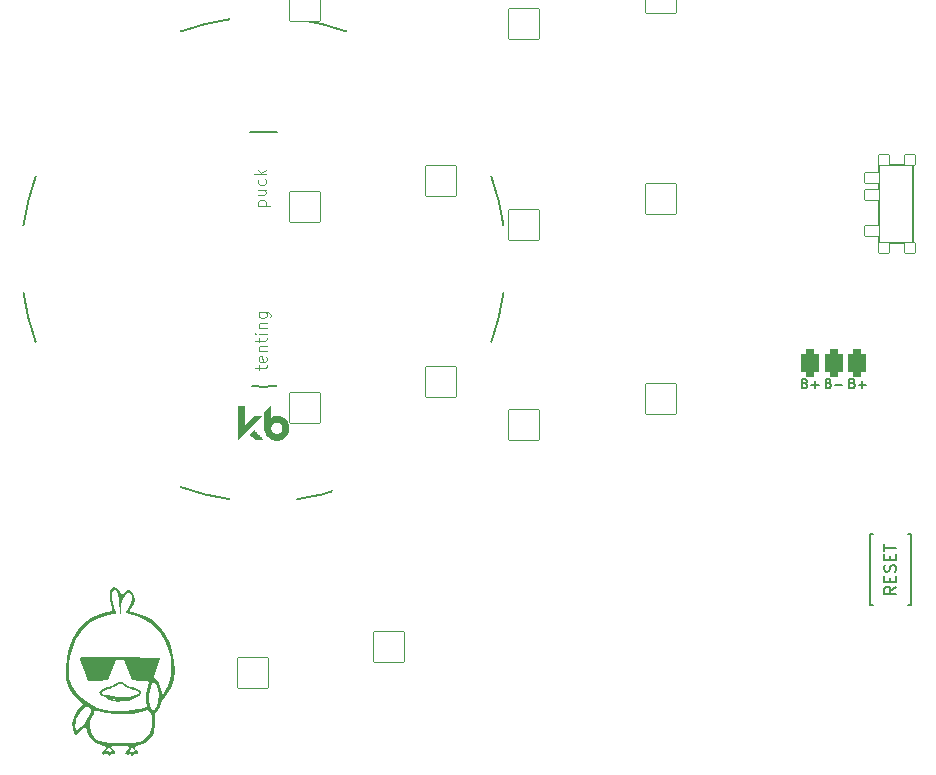
<source format=gto>
%TF.GenerationSoftware,KiCad,Pcbnew,(6.0.4-0)*%
%TF.CreationDate,2022-07-27T11:57:37+02:00*%
%TF.ProjectId,basbousa,62617362-6f75-4736-912e-6b696361645f,v1.0.0*%
%TF.SameCoordinates,Original*%
%TF.FileFunction,Legend,Top*%
%TF.FilePolarity,Positive*%
%FSLAX46Y46*%
G04 Gerber Fmt 4.6, Leading zero omitted, Abs format (unit mm)*
G04 Created by KiCad (PCBNEW (6.0.4-0)) date 2022-07-27 11:57:37*
%MOMM*%
%LPD*%
G01*
G04 APERTURE LIST*
G04 Aperture macros list*
%AMRoundRect*
0 Rectangle with rounded corners*
0 $1 Rounding radius*
0 $2 $3 $4 $5 $6 $7 $8 $9 X,Y pos of 4 corners*
0 Add a 4 corners polygon primitive as box body*
4,1,4,$2,$3,$4,$5,$6,$7,$8,$9,$2,$3,0*
0 Add four circle primitives for the rounded corners*
1,1,$1+$1,$2,$3*
1,1,$1+$1,$4,$5*
1,1,$1+$1,$6,$7*
1,1,$1+$1,$8,$9*
0 Add four rect primitives between the rounded corners*
20,1,$1+$1,$2,$3,$4,$5,0*
20,1,$1+$1,$4,$5,$6,$7,0*
20,1,$1+$1,$6,$7,$8,$9,0*
20,1,$1+$1,$8,$9,$2,$3,0*%
%AMFreePoly0*
4,1,14,0.035355,0.435355,0.635355,-0.164645,0.650000,-0.200000,0.650000,-0.400000,0.635355,-0.435355,0.600000,-0.450000,-0.600000,-0.450000,-0.635355,-0.435355,-0.650000,-0.400000,-0.650000,-0.200000,-0.635355,-0.164645,-0.035355,0.435355,0.000000,0.450000,0.035355,0.435355,0.035355,0.435355,$1*%
%AMFreePoly1*
4,1,16,0.635355,0.285355,0.650000,0.250000,0.650000,-1.000000,0.635355,-1.035355,0.600000,-1.050000,0.564645,-1.035355,0.000000,-0.470710,-0.564645,-1.035355,-0.600000,-1.050000,-0.635355,-1.035355,-0.650000,-1.000000,-0.650000,0.250000,-0.635355,0.285355,-0.600000,0.300000,0.600000,0.300000,0.635355,0.285355,0.635355,0.285355,$1*%
G04 Aperture macros list end*
%ADD10C,0.150000*%
%ADD11C,0.100000*%
%ADD12C,0.200000*%
%ADD13C,0.010000*%
%ADD14RoundRect,0.375000X-0.375000X-0.750000X0.375000X-0.750000X0.375000X0.750000X-0.375000X0.750000X0*%
%ADD15C,2.000000*%
%ADD16C,0.250000*%
%ADD17C,5.100000*%
%ADD18RoundRect,0.050000X-0.450000X0.450000X-0.450000X-0.450000X0.450000X-0.450000X0.450000X0.450000X0*%
%ADD19RoundRect,0.050000X-0.625000X0.450000X-0.625000X-0.450000X0.625000X-0.450000X0.625000X0.450000X0*%
%ADD20RoundRect,0.425000X-0.375000X-0.750000X0.375000X-0.750000X0.375000X0.750000X-0.375000X0.750000X0*%
%ADD21C,2.100000*%
%ADD22C,3.100000*%
%ADD23C,1.801800*%
%ADD24C,3.529000*%
%ADD25RoundRect,0.050000X-1.054507X-1.505993X1.505993X-1.054507X1.054507X1.505993X-1.505993X1.054507X0*%
%ADD26C,2.132000*%
%ADD27RoundRect,0.050000X-1.181751X-1.408356X1.408356X-1.181751X1.181751X1.408356X-1.408356X1.181751X0*%
%ADD28RoundRect,0.050000X-1.300000X-1.300000X1.300000X-1.300000X1.300000X1.300000X-1.300000X1.300000X0*%
%ADD29RoundRect,0.050000X-1.592168X-0.919239X0.919239X-1.592168X1.592168X0.919239X-0.919239X1.592168X0*%
%ADD30C,1.100000*%
%ADD31RoundRect,0.050000X-0.863113X-1.623279X1.623279X-0.863113X0.863113X1.623279X-1.623279X0.863113X0*%
%ADD32C,4.500000*%
%ADD33RoundRect,0.050000X-1.387517X-1.206150X1.206150X-1.387517X1.387517X1.206150X-1.206150X1.387517X0*%
%ADD34FreePoly0,270.000000*%
%ADD35C,1.700000*%
%ADD36FreePoly0,90.000000*%
%ADD37FreePoly1,90.000000*%
%ADD38FreePoly1,270.000000*%
G04 APERTURE END LIST*
D10*
%TO.C,*%
%TO.C,PAD1*%
X151485904Y76489142D02*
X151600190Y76451047D01*
X151638285Y76412952D01*
X151676380Y76336761D01*
X151676380Y76222476D01*
X151638285Y76146285D01*
X151600190Y76108190D01*
X151524000Y76070095D01*
X151219238Y76070095D01*
X151219238Y76870095D01*
X151485904Y76870095D01*
X151562095Y76832000D01*
X151600190Y76793904D01*
X151638285Y76717714D01*
X151638285Y76641523D01*
X151600190Y76565333D01*
X151562095Y76527238D01*
X151485904Y76489142D01*
X151219238Y76489142D01*
X152019238Y76374857D02*
X152628761Y76374857D01*
X149485904Y76489142D02*
X149600190Y76451047D01*
X149638285Y76412952D01*
X149676380Y76336761D01*
X149676380Y76222476D01*
X149638285Y76146285D01*
X149600190Y76108190D01*
X149524000Y76070095D01*
X149219238Y76070095D01*
X149219238Y76870095D01*
X149485904Y76870095D01*
X149562095Y76832000D01*
X149600190Y76793904D01*
X149638285Y76717714D01*
X149638285Y76641523D01*
X149600190Y76565333D01*
X149562095Y76527238D01*
X149485904Y76489142D01*
X149219238Y76489142D01*
X150019238Y76374857D02*
X150628761Y76374857D01*
X150324000Y76070095D02*
X150324000Y76679619D01*
X153485904Y76489142D02*
X153600190Y76451047D01*
X153638285Y76412952D01*
X153676380Y76336761D01*
X153676380Y76222476D01*
X153638285Y76146285D01*
X153600190Y76108190D01*
X153524000Y76070095D01*
X153219238Y76070095D01*
X153219238Y76870095D01*
X153485904Y76870095D01*
X153562095Y76832000D01*
X153600190Y76793904D01*
X153638285Y76717714D01*
X153638285Y76641523D01*
X153600190Y76565333D01*
X153562095Y76527238D01*
X153485904Y76489142D01*
X153219238Y76489142D01*
X154019238Y76374857D02*
X154628761Y76374857D01*
X154324000Y76070095D02*
X154324000Y76679619D01*
%TO.C,B1*%
X157170380Y59253619D02*
X156694190Y58920285D01*
X157170380Y58682190D02*
X156170380Y58682190D01*
X156170380Y59063142D01*
X156218000Y59158380D01*
X156265619Y59206000D01*
X156360857Y59253619D01*
X156503714Y59253619D01*
X156598952Y59206000D01*
X156646571Y59158380D01*
X156694190Y59063142D01*
X156694190Y58682190D01*
X156646571Y59682190D02*
X156646571Y60015523D01*
X157170380Y60158380D02*
X157170380Y59682190D01*
X156170380Y59682190D01*
X156170380Y60158380D01*
X157122761Y60539333D02*
X157170380Y60682190D01*
X157170380Y60920285D01*
X157122761Y61015523D01*
X157075142Y61063142D01*
X156979904Y61110761D01*
X156884666Y61110761D01*
X156789428Y61063142D01*
X156741809Y61015523D01*
X156694190Y60920285D01*
X156646571Y60729809D01*
X156598952Y60634571D01*
X156551333Y60586952D01*
X156456095Y60539333D01*
X156360857Y60539333D01*
X156265619Y60586952D01*
X156218000Y60634571D01*
X156170380Y60729809D01*
X156170380Y60967904D01*
X156218000Y61110761D01*
X156646571Y61539333D02*
X156646571Y61872666D01*
X157170380Y62015523D02*
X157170380Y61539333D01*
X156170380Y61539333D01*
X156170380Y62015523D01*
X156170380Y62301238D02*
X156170380Y62872666D01*
X157170380Y62586952D02*
X156170380Y62586952D01*
D11*
%TO.C,REF\u002A\u002A*%
X103163714Y91527500D02*
X104163714Y91527500D01*
X103211333Y91527500D02*
X103163714Y91622738D01*
X103163714Y91813214D01*
X103211333Y91908452D01*
X103258952Y91956071D01*
X103354190Y92003690D01*
X103639904Y92003690D01*
X103735142Y91956071D01*
X103782761Y91908452D01*
X103830380Y91813214D01*
X103830380Y91622738D01*
X103782761Y91527500D01*
X103163714Y92860833D02*
X103830380Y92860833D01*
X103163714Y92432261D02*
X103687523Y92432261D01*
X103782761Y92479880D01*
X103830380Y92575119D01*
X103830380Y92717976D01*
X103782761Y92813214D01*
X103735142Y92860833D01*
X103782761Y93765595D02*
X103830380Y93670357D01*
X103830380Y93479880D01*
X103782761Y93384642D01*
X103735142Y93337023D01*
X103639904Y93289404D01*
X103354190Y93289404D01*
X103258952Y93337023D01*
X103211333Y93384642D01*
X103163714Y93479880D01*
X103163714Y93670357D01*
X103211333Y93765595D01*
X103830380Y94194166D02*
X102830380Y94194166D01*
X103449428Y94289404D02*
X103830380Y94575119D01*
X103163714Y94575119D02*
X103544666Y94194166D01*
X103227214Y77637000D02*
X103227214Y78017952D01*
X102893880Y77779857D02*
X103751023Y77779857D01*
X103846261Y77827476D01*
X103893880Y77922714D01*
X103893880Y78017952D01*
X103846261Y78732238D02*
X103893880Y78637000D01*
X103893880Y78446523D01*
X103846261Y78351285D01*
X103751023Y78303666D01*
X103370071Y78303666D01*
X103274833Y78351285D01*
X103227214Y78446523D01*
X103227214Y78637000D01*
X103274833Y78732238D01*
X103370071Y78779857D01*
X103465309Y78779857D01*
X103560547Y78303666D01*
X103227214Y79208428D02*
X103893880Y79208428D01*
X103322452Y79208428D02*
X103274833Y79256047D01*
X103227214Y79351285D01*
X103227214Y79494142D01*
X103274833Y79589380D01*
X103370071Y79637000D01*
X103893880Y79637000D01*
X103227214Y79970333D02*
X103227214Y80351285D01*
X102893880Y80113190D02*
X103751023Y80113190D01*
X103846261Y80160809D01*
X103893880Y80256047D01*
X103893880Y80351285D01*
X103893880Y80684619D02*
X103227214Y80684619D01*
X102893880Y80684619D02*
X102941500Y80637000D01*
X102989119Y80684619D01*
X102941500Y80732238D01*
X102893880Y80684619D01*
X102989119Y80684619D01*
X103227214Y81160809D02*
X103893880Y81160809D01*
X103322452Y81160809D02*
X103274833Y81208428D01*
X103227214Y81303666D01*
X103227214Y81446523D01*
X103274833Y81541761D01*
X103370071Y81589380D01*
X103893880Y81589380D01*
X103227214Y82494142D02*
X104036738Y82494142D01*
X104131976Y82446523D01*
X104179595Y82398904D01*
X104227214Y82303666D01*
X104227214Y82160809D01*
X104179595Y82065571D01*
X103846261Y82494142D02*
X103893880Y82398904D01*
X103893880Y82208428D01*
X103846261Y82113190D01*
X103798642Y82065571D01*
X103703404Y82017952D01*
X103417690Y82017952D01*
X103322452Y82065571D01*
X103274833Y82113190D01*
X103227214Y82208428D01*
X103227214Y82398904D01*
X103274833Y82494142D01*
D10*
%TO.C,T1*%
X158619000Y94958000D02*
X155769000Y94958000D01*
X158619000Y89708000D02*
X158619000Y93608000D01*
X155769000Y94958000D02*
X155769000Y88358000D01*
X158619000Y91658000D02*
X158619000Y88358000D01*
X155769000Y88358000D02*
X158619000Y88358000D01*
X158619000Y91658000D02*
X158619000Y94958000D01*
%TO.C,B1*%
X154968000Y57706000D02*
X154968000Y63706000D01*
X158468000Y57706000D02*
X158468000Y63706000D01*
X154968000Y63706000D02*
X155218000Y63706000D01*
X158468000Y57706000D02*
X158218000Y57706000D01*
X158468000Y63706000D02*
X158218000Y63706000D01*
X154968000Y57706000D02*
X155218000Y57706000D01*
%TO.C,G\u002A\u002A\u002A*%
G36*
X90504223Y49751706D02*
G01*
X90360500Y49821081D01*
X90027303Y49996498D01*
X89831844Y50134183D01*
X89751661Y50251266D01*
X89750891Y50257106D01*
X89927130Y50257106D01*
X89943555Y50236223D01*
X90123983Y50141363D01*
X90434248Y50063456D01*
X90835487Y50004850D01*
X91288834Y49967895D01*
X91755425Y49954937D01*
X92196396Y49968327D01*
X92572882Y50010411D01*
X92794667Y50063946D01*
X93022017Y50173540D01*
X93080717Y50288759D01*
X92971306Y50408302D01*
X92694325Y50530865D01*
X92586323Y50565696D01*
X92284810Y50675590D01*
X92027835Y50800634D01*
X91903533Y50886671D01*
X91641922Y51033650D01*
X91356867Y51016450D01*
X91129858Y50888931D01*
X90927029Y50770367D01*
X90639997Y50649272D01*
X90464646Y50591486D01*
X90134632Y50474542D01*
X89952352Y50360963D01*
X89927130Y50257106D01*
X89750891Y50257106D01*
X89746667Y50289127D01*
X89825767Y50476210D01*
X90040908Y50637187D01*
X90358845Y50750092D01*
X90478545Y50772737D01*
X90774681Y50861058D01*
X91055273Y51009006D01*
X91074517Y51022867D01*
X91372795Y51187960D01*
X91640192Y51197658D01*
X91914181Y51051487D01*
X91963440Y51011667D01*
X92175405Y50871562D01*
X92371921Y50800318D01*
X92398996Y50798141D01*
X92586597Y50762614D01*
X92842747Y50675334D01*
X92948908Y50630227D01*
X93179319Y50507134D01*
X93279479Y50393243D01*
X93287575Y50280900D01*
X93211718Y50103879D01*
X93133333Y50032217D01*
X92732004Y49831729D01*
X92425942Y49699662D01*
X92163688Y49619910D01*
X91893781Y49576367D01*
X91609333Y49555225D01*
X91273253Y49544050D01*
X91023142Y49563258D01*
X90789849Y49627570D01*
X90730230Y49653481D01*
X91294044Y49653481D01*
X91400418Y49640197D01*
X91524667Y49637727D01*
X91707788Y49644332D01*
X91758057Y49661218D01*
X91715167Y49674419D01*
X91468449Y49688426D01*
X91334167Y49674419D01*
X91294044Y49653481D01*
X90730230Y49653481D01*
X90578151Y49719576D01*
X90884055Y49719576D01*
X90967278Y49706018D01*
X91077092Y49721584D01*
X91078403Y49750486D01*
X90965086Y49770698D01*
X90916125Y49757170D01*
X90884055Y49719576D01*
X90578151Y49719576D01*
X90504223Y49751706D01*
G37*
G36*
X92117333Y45443312D02*
G01*
X92263540Y45592668D01*
X92286937Y45696462D01*
X92176013Y45761712D01*
X91919257Y45795436D01*
X91524667Y45804667D01*
X91189108Y45797310D01*
X90928943Y45777605D01*
X90781942Y45749097D01*
X90762667Y45733122D01*
X90819279Y45628613D01*
X90932000Y45508333D01*
X91067387Y45341165D01*
X91097233Y45206006D01*
X91020939Y45142079D01*
X90937468Y45150436D01*
X90780860Y45135602D01*
X90728458Y45075644D01*
X90626956Y44966823D01*
X90506213Y45001950D01*
X90455213Y45083450D01*
X90375086Y45163962D01*
X90251769Y45125783D01*
X90082939Y45052079D01*
X90012899Y45088285D01*
X90000667Y45211283D01*
X90041973Y45320075D01*
X90203036Y45320075D01*
X90297585Y45325425D01*
X90369279Y45371053D01*
X90469419Y45414172D01*
X90537204Y45313841D01*
X90549633Y45277285D01*
X90600603Y45154979D01*
X90637643Y45187625D01*
X90649945Y45228474D01*
X90744511Y45332391D01*
X90831471Y45326426D01*
X90903225Y45319653D01*
X90841630Y45394588D01*
X90794030Y45436952D01*
X90642885Y45597619D01*
X90567881Y45720000D01*
X90529843Y45792713D01*
X90515351Y45701812D01*
X90441743Y45550734D01*
X90332082Y45462119D01*
X90214426Y45373346D01*
X90203036Y45320075D01*
X90041973Y45320075D01*
X90067258Y45386672D01*
X90170000Y45485649D01*
X90314231Y45611711D01*
X90302263Y45718440D01*
X90129377Y45812245D01*
X89879139Y45880708D01*
X89425786Y46064981D01*
X89053769Y46382822D01*
X88790341Y46807333D01*
X88712954Y47031686D01*
X88611684Y47410324D01*
X88396009Y47273234D01*
X88181927Y47106204D01*
X87990153Y46914905D01*
X87799972Y46693667D01*
X87620558Y46905333D01*
X87489987Y47180241D01*
X87468718Y47442068D01*
X87715449Y47442068D01*
X87723017Y47216558D01*
X87760010Y47087971D01*
X87784186Y47074667D01*
X87876619Y47129176D01*
X88050418Y47271693D01*
X88223380Y47430221D01*
X88913529Y47430221D01*
X88995471Y47050475D01*
X89096746Y46813915D01*
X89274306Y46542178D01*
X89498130Y46333383D01*
X89789181Y46181432D01*
X90168419Y46080229D01*
X90656806Y46023676D01*
X91275303Y46005675D01*
X91846465Y46014059D01*
X92329045Y46030884D01*
X92680605Y46054516D01*
X92939454Y46090693D01*
X93143903Y46145150D01*
X93332260Y46223624D01*
X93370465Y46242256D01*
X93744166Y46517674D01*
X94016741Y46906486D01*
X94176145Y47378080D01*
X94210334Y47901843D01*
X94160774Y48251036D01*
X94075753Y48558916D01*
X93967551Y48736468D01*
X93801290Y48800246D01*
X93542091Y48766803D01*
X93250429Y48683080D01*
X92573775Y48528041D01*
X91817327Y48450520D01*
X91053416Y48453659D01*
X90354372Y48540603D01*
X90289216Y48554382D01*
X89955320Y48633483D01*
X89673665Y48709770D01*
X89495404Y48769158D01*
X89475053Y48778602D01*
X89373070Y48800658D01*
X89301327Y48712155D01*
X89243952Y48533628D01*
X89153901Y48276554D01*
X89046361Y48066821D01*
X89031424Y48045717D01*
X88924564Y47779890D01*
X88913529Y47430221D01*
X88223380Y47430221D01*
X88255671Y47459817D01*
X88486397Y47719169D01*
X88711054Y48035634D01*
X88901510Y48361811D01*
X89029632Y48650301D01*
X89068506Y48829326D01*
X89000946Y48935990D01*
X88835955Y49053534D01*
X88823387Y49060169D01*
X88675026Y49127257D01*
X88565215Y49124283D01*
X88442265Y49031678D01*
X88274978Y48852562D01*
X88069103Y48591777D01*
X87896154Y48317075D01*
X87843591Y48209213D01*
X87778306Y47987490D01*
X87734736Y47715410D01*
X87715449Y47442068D01*
X87468718Y47442068D01*
X87460447Y47543879D01*
X87522615Y47956541D01*
X87667167Y48378525D01*
X87884781Y48770123D01*
X88125115Y49054092D01*
X88381739Y49297850D01*
X87923244Y49716888D01*
X87446688Y50261863D01*
X87187541Y50699309D01*
X87067386Y50952507D01*
X86988325Y51160285D01*
X86941997Y51369785D01*
X86920039Y51628150D01*
X86914086Y51982525D01*
X86914616Y52237846D01*
X86917740Y52281667D01*
X87173941Y52281667D01*
X87177645Y51868489D01*
X87199067Y51568424D01*
X87247929Y51325438D01*
X87333950Y51083499D01*
X87413089Y50903122D01*
X87756549Y50342255D01*
X88241273Y49832535D01*
X88842364Y49392478D01*
X89534928Y49040600D01*
X90224057Y48812532D01*
X90703031Y48735128D01*
X91283559Y48707253D01*
X91906033Y48726463D01*
X92510848Y48790313D01*
X93038397Y48896360D01*
X93163484Y48933069D01*
X93743968Y49119020D01*
X93690540Y49557344D01*
X93699710Y50020552D01*
X93946126Y50020552D01*
X93947955Y49618011D01*
X93995413Y49257259D01*
X94088020Y48997211D01*
X94095379Y48985520D01*
X94248388Y48752000D01*
X94446529Y48938144D01*
X94586375Y49134049D01*
X94707202Y49410235D01*
X94742109Y49530457D01*
X94796966Y50086417D01*
X94704506Y50629602D01*
X94527926Y51023603D01*
X94404492Y51214714D01*
X94333452Y51273984D01*
X94286892Y51218654D01*
X94273091Y51181000D01*
X94199688Y50990303D01*
X94095487Y50746852D01*
X94081277Y50715333D01*
X93990407Y50405965D01*
X93946126Y50020552D01*
X93699710Y50020552D01*
X93702341Y50153477D01*
X93770827Y50461333D01*
X93882641Y50842247D01*
X93942490Y51087705D01*
X93932205Y51228177D01*
X93833619Y51294134D01*
X93628565Y51316045D01*
X93298875Y51324380D01*
X93255431Y51325736D01*
X92512433Y51350333D01*
X92165607Y52197000D01*
X91818780Y53043667D01*
X91158236Y53043667D01*
X90464488Y51350333D01*
X89612432Y51326369D01*
X88760375Y51302404D01*
X88405734Y52242808D01*
X88271724Y52617411D01*
X88170804Y52937387D01*
X88112950Y53168229D01*
X88107517Y53274508D01*
X88185857Y53298938D01*
X88391214Y53316614D01*
X88730688Y53327606D01*
X89211380Y53331980D01*
X89840392Y53329805D01*
X90624823Y53321149D01*
X91512865Y53307118D01*
X92248855Y53293386D01*
X92930622Y53279060D01*
X93539898Y53264643D01*
X94058411Y53250639D01*
X94467891Y53237554D01*
X94750069Y53225891D01*
X94886673Y53216156D01*
X94896531Y53213691D01*
X94884877Y53124433D01*
X94825520Y52911971D01*
X94729063Y52612082D01*
X94652253Y52389373D01*
X94373234Y51599797D01*
X94597976Y51375054D01*
X94759757Y51145386D01*
X94907376Y50817483D01*
X94965421Y50637039D01*
X95108123Y50123765D01*
X95320642Y50436515D01*
X95583258Y50893902D01*
X95747744Y51369611D01*
X95828402Y51916053D01*
X95842667Y52349453D01*
X95773481Y53257713D01*
X95572080Y54094405D01*
X95247700Y54846916D01*
X94809577Y55502637D01*
X94266947Y56048956D01*
X93629044Y56473262D01*
X92905106Y56762944D01*
X92548963Y56846916D01*
X92219663Y56923552D01*
X92048366Y57017781D01*
X92024088Y57157979D01*
X92135843Y57372524D01*
X92272666Y57560621D01*
X92450317Y57882479D01*
X92498333Y58218676D01*
X92464344Y58540138D01*
X92360472Y58709447D01*
X92183857Y58729953D01*
X92090704Y58696561D01*
X91876808Y58513086D01*
X91711105Y58198090D01*
X91608038Y57785990D01*
X91581499Y57483209D01*
X91562614Y57167336D01*
X91533268Y57009934D01*
X91499910Y57000986D01*
X91468985Y57130475D01*
X91446940Y57388386D01*
X91440000Y57703053D01*
X91414276Y58242946D01*
X91339024Y58646886D01*
X91217124Y58905839D01*
X91051455Y59010770D01*
X91022600Y59012667D01*
X90860751Y58938007D01*
X90799173Y58807926D01*
X90788571Y58589494D01*
X90824211Y58267712D01*
X90895828Y57898858D01*
X90993154Y57539207D01*
X91069243Y57327500D01*
X91140787Y57134187D01*
X91166370Y57022716D01*
X91164033Y57015145D01*
X91075540Y56987479D01*
X90863904Y56936566D01*
X90571978Y56872616D01*
X90521297Y56861985D01*
X89715140Y56623495D01*
X89027288Y56266115D01*
X88450076Y55784119D01*
X87975839Y55171778D01*
X87770649Y54806437D01*
X87464894Y54106223D01*
X87275449Y53426649D01*
X87186153Y52699333D01*
X87173941Y52281667D01*
X86917740Y52281667D01*
X86983922Y53209961D01*
X87178196Y54100466D01*
X87490270Y54898953D01*
X87912975Y55595014D01*
X88439144Y56178241D01*
X89061609Y56638224D01*
X89773202Y56964555D01*
X90260250Y57096064D01*
X90530817Y57156755D01*
X90727451Y57211120D01*
X90796921Y57240699D01*
X90801004Y57339930D01*
X90765411Y57550014D01*
X90718220Y57746604D01*
X90614204Y58264949D01*
X90598479Y58691329D01*
X90670325Y59005694D01*
X90768452Y59144903D01*
X90908685Y59248022D01*
X91036056Y59243239D01*
X91170619Y59176116D01*
X91377983Y59002620D01*
X91509363Y58816498D01*
X91621059Y58584147D01*
X91875692Y58798407D01*
X92085802Y58957237D01*
X92235236Y58996560D01*
X92382679Y58916981D01*
X92502182Y58804849D01*
X92672331Y58522480D01*
X92715710Y58171560D01*
X92632591Y57795491D01*
X92494148Y57532889D01*
X92370821Y57340230D01*
X92306172Y57217299D01*
X92303648Y57196777D01*
X92393295Y57170687D01*
X92599521Y57121611D01*
X92813348Y57074187D01*
X93566709Y56828122D01*
X94241335Y56436989D01*
X94828482Y55909912D01*
X95319406Y55256015D01*
X95705363Y54484422D01*
X95921484Y53830998D01*
X96097146Y52950057D01*
X96139690Y52131605D01*
X96051088Y51387274D01*
X95833313Y50728695D01*
X95488338Y50167498D01*
X95257553Y49916326D01*
X95093497Y49725426D01*
X95002508Y49551718D01*
X94996000Y49510787D01*
X94953990Y49316190D01*
X94849902Y49072370D01*
X94716652Y48841409D01*
X94587155Y48685392D01*
X94543814Y48657889D01*
X94482865Y48592581D01*
X94446736Y48435229D01*
X94431430Y48157704D01*
X94431097Y47864280D01*
X94426592Y47456258D01*
X94396655Y47159840D01*
X94332186Y46918086D01*
X94248911Y46724285D01*
X93959216Y46311861D01*
X93558745Y46011629D01*
X93082172Y45849377D01*
X93069833Y45847352D01*
X92813301Y45776951D01*
X92718833Y45676732D01*
X92788994Y45551564D01*
X92879333Y45485649D01*
X93014724Y45349982D01*
X93039274Y45215190D01*
X92950510Y45133637D01*
X92896267Y45127333D01*
X92704714Y45071084D01*
X92636567Y45021500D01*
X92532129Y44966615D01*
X92426948Y45054460D01*
X92416095Y45068900D01*
X92305008Y45161809D01*
X92247464Y45132400D01*
X92130607Y45049312D01*
X92003808Y45067763D01*
X91948000Y45170496D01*
X91984031Y45259995D01*
X92154701Y45259995D01*
X92169106Y45250200D01*
X92231360Y45295229D01*
X92361020Y45368307D01*
X92447769Y45306915D01*
X92482456Y45250334D01*
X92557322Y45140838D01*
X92594607Y45177281D01*
X92606566Y45228474D01*
X92692620Y45333538D01*
X92778804Y45329547D01*
X92837675Y45331615D01*
X92750500Y45414616D01*
X92731167Y45429234D01*
X92587424Y45580603D01*
X92533982Y45709160D01*
X92519929Y45797530D01*
X92481135Y45720718D01*
X92480873Y45720000D01*
X92394538Y45567764D01*
X92254723Y45383896D01*
X92154701Y45259995D01*
X91984031Y45259995D01*
X92007751Y45318914D01*
X92117333Y45443312D01*
G37*
D12*
%TO.C,REF\u002A\u002A*%
X102503615Y76259136D02*
G75*
G03*
X103632000Y76200000I1128379J10735785D01*
G01*
X84345866Y94003048D02*
G75*
G03*
X83312000Y89852500I19286117J-7008044D01*
G01*
X103632000Y97790000D02*
G75*
G03*
X102503615Y97730864I-6J-10794921D01*
G01*
X122918135Y79986954D02*
G75*
G03*
X123952000Y84137500I-19286185J7008058D01*
G01*
X83312000Y84137500D02*
G75*
G03*
X84345866Y79986953I20319953J2857490D01*
G01*
X106489500Y66675000D02*
G75*
G03*
X110640047Y67708866I-2857500J20320000D01*
G01*
X110640047Y106281134D02*
G75*
G03*
X106489500Y107315000I-7008047J-19286134D01*
G01*
X100774500Y107315000D02*
G75*
G03*
X96623952Y106281134I2857496J-20319983D01*
G01*
X103632000Y76199999D02*
G75*
G03*
X104760385Y76259136I0J10794901D01*
G01*
X123952000Y89852500D02*
G75*
G03*
X122918135Y94003045I-20320019J-2857506D01*
G01*
X104760385Y97730863D02*
G75*
G03*
X103632000Y97790000I-1128385J-10735763D01*
G01*
X96623954Y67708865D02*
G75*
G03*
X100774500Y66675000I7008046J19286135D01*
G01*
G36*
X103705889Y72810411D02*
G01*
X103704486Y72917040D01*
X103703442Y73039696D01*
X103702778Y73176968D01*
X103702517Y73327442D01*
X103702514Y73339178D01*
X103702427Y74030892D01*
X104210131Y74540918D01*
X104210279Y74047350D01*
X104210471Y73943110D01*
X104210960Y73846365D01*
X104211710Y73759479D01*
X104212686Y73684817D01*
X104213855Y73624742D01*
X104215182Y73581619D01*
X104216631Y73557812D01*
X104217539Y73553782D01*
X104229970Y73560096D01*
X104254816Y73576439D01*
X104278950Y73593641D01*
X104393647Y73664363D01*
X104515863Y73713467D01*
X104646246Y73741143D01*
X104785447Y73747581D01*
X104803259Y73746913D01*
X104892894Y73740361D01*
X104969377Y73728424D01*
X105041029Y73708932D01*
X105116167Y73679715D01*
X105186018Y73647076D01*
X105313951Y73571783D01*
X105426871Y73479803D01*
X105523765Y73372814D01*
X105603623Y73252489D01*
X105665433Y73120504D01*
X105708185Y72978535D01*
X105730866Y72828256D01*
X105734427Y72738586D01*
X105724136Y72586108D01*
X105692780Y72441544D01*
X105639635Y72302308D01*
X105582380Y72195389D01*
X105496668Y72075096D01*
X105395055Y71970247D01*
X105279722Y71881925D01*
X105152847Y71811211D01*
X105016611Y71759188D01*
X104873192Y71726935D01*
X104724771Y71715536D01*
X104624525Y71720019D01*
X104479917Y71744900D01*
X104339349Y71791175D01*
X104206176Y71857154D01*
X104083756Y71941151D01*
X103975444Y72041477D01*
X103967050Y72050643D01*
X103885919Y72154763D01*
X103816227Y72272945D01*
X103761061Y72398808D01*
X103723508Y72525968D01*
X103714639Y72572418D01*
X103712026Y72600813D01*
X103709681Y72650885D01*
X103708212Y72701219D01*
X104204550Y72701219D01*
X104215122Y72603670D01*
X104245554Y72509651D01*
X104274208Y72455506D01*
X104341142Y72367223D01*
X104420623Y72296346D01*
X104510055Y72243853D01*
X104606841Y72210721D01*
X104708382Y72197927D01*
X104812083Y72206448D01*
X104884910Y72225736D01*
X104927907Y72241822D01*
X104968812Y72259182D01*
X104984979Y72266958D01*
X105030265Y72297962D01*
X105079588Y72344156D01*
X105127645Y72399612D01*
X105169130Y72458406D01*
X105190618Y72496733D01*
X105210799Y72540979D01*
X105223444Y72579587D01*
X105230801Y72621879D01*
X105235119Y72677182D01*
X105235401Y72682472D01*
X105232033Y72789717D01*
X105209177Y72887609D01*
X105165525Y72981032D01*
X105147755Y73009561D01*
X105083213Y73087465D01*
X105004396Y73149635D01*
X104914760Y73195131D01*
X104817761Y73223009D01*
X104716857Y73232329D01*
X104615505Y73222147D01*
X104517159Y73191522D01*
X104503156Y73185236D01*
X104415204Y73132287D01*
X104341214Y73064073D01*
X104282171Y72983727D01*
X104239058Y72894380D01*
X104212856Y72799167D01*
X104204550Y72701219D01*
X103708212Y72701219D01*
X103707628Y72721222D01*
X103705889Y72810411D01*
G37*
D13*
X103705889Y72810411D02*
X103704486Y72917040D01*
X103703442Y73039696D01*
X103702778Y73176968D01*
X103702517Y73327442D01*
X103702514Y73339178D01*
X103702427Y74030892D01*
X104210131Y74540918D01*
X104210279Y74047350D01*
X104210471Y73943110D01*
X104210960Y73846365D01*
X104211710Y73759479D01*
X104212686Y73684817D01*
X104213855Y73624742D01*
X104215182Y73581619D01*
X104216631Y73557812D01*
X104217539Y73553782D01*
X104229970Y73560096D01*
X104254816Y73576439D01*
X104278950Y73593641D01*
X104393647Y73664363D01*
X104515863Y73713467D01*
X104646246Y73741143D01*
X104785447Y73747581D01*
X104803259Y73746913D01*
X104892894Y73740361D01*
X104969377Y73728424D01*
X105041029Y73708932D01*
X105116167Y73679715D01*
X105186018Y73647076D01*
X105313951Y73571783D01*
X105426871Y73479803D01*
X105523765Y73372814D01*
X105603623Y73252489D01*
X105665433Y73120504D01*
X105708185Y72978535D01*
X105730866Y72828256D01*
X105734427Y72738586D01*
X105724136Y72586108D01*
X105692780Y72441544D01*
X105639635Y72302308D01*
X105582380Y72195389D01*
X105496668Y72075096D01*
X105395055Y71970247D01*
X105279722Y71881925D01*
X105152847Y71811211D01*
X105016611Y71759188D01*
X104873192Y71726935D01*
X104724771Y71715536D01*
X104624525Y71720019D01*
X104479917Y71744900D01*
X104339349Y71791175D01*
X104206176Y71857154D01*
X104083756Y71941151D01*
X103975444Y72041477D01*
X103967050Y72050643D01*
X103885919Y72154763D01*
X103816227Y72272945D01*
X103761061Y72398808D01*
X103723508Y72525968D01*
X103714639Y72572418D01*
X103712026Y72600813D01*
X103709681Y72650885D01*
X103708212Y72701219D01*
X104204550Y72701219D01*
X104215122Y72603670D01*
X104245554Y72509651D01*
X104274208Y72455506D01*
X104341142Y72367223D01*
X104420623Y72296346D01*
X104510055Y72243853D01*
X104606841Y72210721D01*
X104708382Y72197927D01*
X104812083Y72206448D01*
X104884910Y72225736D01*
X104927907Y72241822D01*
X104968812Y72259182D01*
X104984979Y72266958D01*
X105030265Y72297962D01*
X105079588Y72344156D01*
X105127645Y72399612D01*
X105169130Y72458406D01*
X105190618Y72496733D01*
X105210799Y72540979D01*
X105223444Y72579587D01*
X105230801Y72621879D01*
X105235119Y72677182D01*
X105235401Y72682472D01*
X105232033Y72789717D01*
X105209177Y72887609D01*
X105165525Y72981032D01*
X105147755Y73009561D01*
X105083213Y73087465D01*
X105004396Y73149635D01*
X104914760Y73195131D01*
X104817761Y73223009D01*
X104716857Y73232329D01*
X104615505Y73222147D01*
X104517159Y73191522D01*
X104503156Y73185236D01*
X104415204Y73132287D01*
X104341214Y73064073D01*
X104282171Y72983727D01*
X104239058Y72894380D01*
X104212856Y72799167D01*
X104204550Y72701219D01*
X103708212Y72701219D01*
X103707628Y72721222D01*
X103705889Y72810411D01*
G36*
X102812025Y72506602D02*
G01*
X102834728Y72483739D01*
X102869207Y72448208D01*
X102913476Y72402116D01*
X102965543Y72347570D01*
X103023422Y72286676D01*
X103085121Y72221541D01*
X103148654Y72154271D01*
X103212029Y72086973D01*
X103273259Y72021754D01*
X103330355Y71960719D01*
X103381327Y71905976D01*
X103424187Y71859631D01*
X103456945Y71823791D01*
X103477613Y71800562D01*
X103479906Y71797871D01*
X103508207Y71764236D01*
X102888193Y71764236D01*
X102714843Y71940305D01*
X102661101Y71995048D01*
X102610818Y72046561D01*
X102567002Y72091741D01*
X102532656Y72127487D01*
X102510788Y72150696D01*
X102507611Y72154188D01*
X102473729Y72192003D01*
X102634764Y72353347D01*
X102684477Y72402802D01*
X102728701Y72446127D01*
X102764848Y72480840D01*
X102790330Y72504460D01*
X102802559Y72514508D01*
X102803090Y72514691D01*
X102812025Y72506602D01*
G37*
X102812025Y72506602D02*
X102834728Y72483739D01*
X102869207Y72448208D01*
X102913476Y72402116D01*
X102965543Y72347570D01*
X103023422Y72286676D01*
X103085121Y72221541D01*
X103148654Y72154271D01*
X103212029Y72086973D01*
X103273259Y72021754D01*
X103330355Y71960719D01*
X103381327Y71905976D01*
X103424187Y71859631D01*
X103456945Y71823791D01*
X103477613Y71800562D01*
X103479906Y71797871D01*
X103508207Y71764236D01*
X102888193Y71764236D01*
X102714843Y71940305D01*
X102661101Y71995048D01*
X102610818Y72046561D01*
X102567002Y72091741D01*
X102532656Y72127487D01*
X102510788Y72150696D01*
X102507611Y72154188D01*
X102473729Y72192003D01*
X102634764Y72353347D01*
X102684477Y72402802D01*
X102728701Y72446127D01*
X102764848Y72480840D01*
X102790330Y72504460D01*
X102802559Y72514508D01*
X102803090Y72514691D01*
X102812025Y72506602D01*
G36*
X102005245Y72913133D02*
G01*
X102808191Y73715833D01*
X103096559Y73712739D01*
X103384927Y73709646D01*
X102537703Y72849509D01*
X102419778Y72729786D01*
X102304979Y72613237D01*
X102194525Y72501097D01*
X102089633Y72394604D01*
X101991521Y72294993D01*
X101901406Y72203500D01*
X101820507Y72121363D01*
X101750040Y72049818D01*
X101691224Y71990100D01*
X101645277Y71943446D01*
X101613416Y71911093D01*
X101599635Y71897097D01*
X101508791Y71804821D01*
X101508791Y74546691D01*
X102005245Y74546691D01*
X102005245Y72913133D01*
G37*
X102005245Y72913133D02*
X102808191Y73715833D01*
X103096559Y73712739D01*
X103384927Y73709646D01*
X102537703Y72849509D01*
X102419778Y72729786D01*
X102304979Y72613237D01*
X102194525Y72501097D01*
X102089633Y72394604D01*
X101991521Y72294993D01*
X101901406Y72203500D01*
X101820507Y72121363D01*
X101750040Y72049818D01*
X101691224Y71990100D01*
X101645277Y71943446D01*
X101613416Y71911093D01*
X101599635Y71897097D01*
X101508791Y71804821D01*
X101508791Y74546691D01*
X102005245Y74546691D01*
X102005245Y72913133D01*
%TD*%
D14*
%TO.C,PAD1*%
X149924000Y78232000D03*
X153924000Y78232000D03*
X151924000Y78232000D03*
%TD*%
D15*
%TO.C,B1*%
X156718000Y63956000D03*
X156718000Y57456000D03*
%TD*%
%LPC*%
D16*
%TO.C,*%
X39495000Y114808000D02*
G75*
G03*
X39495000Y114808000I-125000J0D01*
G01*
X37971000Y99568000D02*
G75*
G03*
X37971000Y99568000I-125000J0D01*
G01*
X39495000Y107188000D02*
G75*
G03*
X39495000Y107188000I-125000J0D01*
G01*
X37971000Y97028000D02*
G75*
G03*
X37971000Y97028000I-125000J0D01*
G01*
X39495000Y99568000D02*
G75*
G03*
X39495000Y99568000I-125000J0D01*
G01*
X39495000Y91948000D02*
G75*
G03*
X39495000Y91948000I-125000J0D01*
G01*
X37971000Y107188000D02*
G75*
G03*
X37971000Y107188000I-125000J0D01*
G01*
X39495000Y94488000D02*
G75*
G03*
X39495000Y94488000I-125000J0D01*
G01*
X37971000Y94488000D02*
G75*
G03*
X37971000Y94488000I-125000J0D01*
G01*
X39495000Y109728000D02*
G75*
G03*
X39495000Y109728000I-125000J0D01*
G01*
X39495000Y117348000D02*
G75*
G03*
X39495000Y117348000I-125000J0D01*
G01*
X39495000Y104648000D02*
G75*
G03*
X39495000Y104648000I-125000J0D01*
G01*
X37971000Y119888000D02*
G75*
G03*
X37971000Y119888000I-125000J0D01*
G01*
X37971000Y112268000D02*
G75*
G03*
X37971000Y112268000I-125000J0D01*
G01*
X37971000Y117348000D02*
G75*
G03*
X37971000Y117348000I-125000J0D01*
G01*
X39495000Y102108000D02*
G75*
G03*
X39495000Y102108000I-125000J0D01*
G01*
X39495000Y97028000D02*
G75*
G03*
X39495000Y97028000I-125000J0D01*
G01*
X39495000Y119888000D02*
G75*
G03*
X39495000Y119888000I-125000J0D01*
G01*
X37971000Y109728000D02*
G75*
G03*
X37971000Y109728000I-125000J0D01*
G01*
X37971000Y102108000D02*
G75*
G03*
X37971000Y102108000I-125000J0D01*
G01*
X37971000Y114808000D02*
G75*
G03*
X37971000Y114808000I-125000J0D01*
G01*
X39495000Y112268000D02*
G75*
G03*
X39495000Y112268000I-125000J0D01*
G01*
X37971000Y104648000D02*
G75*
G03*
X37971000Y104648000I-125000J0D01*
G01*
X37971000Y91948000D02*
G75*
G03*
X37971000Y91948000I-125000J0D01*
G01*
G36*
X44704000Y104140000D02*
G01*
X43688000Y104140000D01*
X43688000Y105156000D01*
X44704000Y105156000D01*
X44704000Y104140000D01*
G37*
D11*
X44704000Y104140000D02*
X43688000Y104140000D01*
X43688000Y105156000D01*
X44704000Y105156000D01*
X44704000Y104140000D01*
G36*
X44704000Y93980000D02*
G01*
X43688000Y93980000D01*
X43688000Y94996000D01*
X44704000Y94996000D01*
X44704000Y93980000D01*
G37*
X44704000Y93980000D02*
X43688000Y93980000D01*
X43688000Y94996000D01*
X44704000Y94996000D01*
X44704000Y93980000D01*
G36*
X33528000Y101600000D02*
G01*
X32512000Y101600000D01*
X32512000Y102616000D01*
X33528000Y102616000D01*
X33528000Y101600000D01*
G37*
X33528000Y101600000D02*
X32512000Y101600000D01*
X32512000Y102616000D01*
X33528000Y102616000D01*
X33528000Y101600000D01*
G36*
X33528000Y119380000D02*
G01*
X32512000Y119380000D01*
X32512000Y120396000D01*
X33528000Y120396000D01*
X33528000Y119380000D01*
G37*
X33528000Y119380000D02*
X32512000Y119380000D01*
X32512000Y120396000D01*
X33528000Y120396000D01*
X33528000Y119380000D01*
G36*
X44704000Y91440000D02*
G01*
X43688000Y91440000D01*
X43688000Y92456000D01*
X44704000Y92456000D01*
X44704000Y91440000D01*
G37*
X44704000Y91440000D02*
X43688000Y91440000D01*
X43688000Y92456000D01*
X44704000Y92456000D01*
X44704000Y91440000D01*
G36*
X33528000Y116840000D02*
G01*
X32512000Y116840000D01*
X32512000Y117856000D01*
X33528000Y117856000D01*
X33528000Y116840000D01*
G37*
X33528000Y116840000D02*
X32512000Y116840000D01*
X32512000Y117856000D01*
X33528000Y117856000D01*
X33528000Y116840000D01*
G36*
X44704000Y99060000D02*
G01*
X43688000Y99060000D01*
X43688000Y100076000D01*
X44704000Y100076000D01*
X44704000Y99060000D01*
G37*
X44704000Y99060000D02*
X43688000Y99060000D01*
X43688000Y100076000D01*
X44704000Y100076000D01*
X44704000Y99060000D01*
G36*
X33528000Y104140000D02*
G01*
X32512000Y104140000D01*
X32512000Y105156000D01*
X33528000Y105156000D01*
X33528000Y104140000D01*
G37*
X33528000Y104140000D02*
X32512000Y104140000D01*
X32512000Y105156000D01*
X33528000Y105156000D01*
X33528000Y104140000D01*
G36*
X33528000Y99060000D02*
G01*
X32512000Y99060000D01*
X32512000Y100076000D01*
X33528000Y100076000D01*
X33528000Y99060000D01*
G37*
X33528000Y99060000D02*
X32512000Y99060000D01*
X32512000Y100076000D01*
X33528000Y100076000D01*
X33528000Y99060000D01*
G36*
X33528000Y106680000D02*
G01*
X32512000Y106680000D01*
X32512000Y107696000D01*
X33528000Y107696000D01*
X33528000Y106680000D01*
G37*
X33528000Y106680000D02*
X32512000Y106680000D01*
X32512000Y107696000D01*
X33528000Y107696000D01*
X33528000Y106680000D01*
G36*
X44704000Y114300000D02*
G01*
X43688000Y114300000D01*
X43688000Y115316000D01*
X44704000Y115316000D01*
X44704000Y114300000D01*
G37*
X44704000Y114300000D02*
X43688000Y114300000D01*
X43688000Y115316000D01*
X44704000Y115316000D01*
X44704000Y114300000D01*
G36*
X44704000Y109220000D02*
G01*
X43688000Y109220000D01*
X43688000Y110236000D01*
X44704000Y110236000D01*
X44704000Y109220000D01*
G37*
X44704000Y109220000D02*
X43688000Y109220000D01*
X43688000Y110236000D01*
X44704000Y110236000D01*
X44704000Y109220000D01*
G36*
X33528000Y96520000D02*
G01*
X32512000Y96520000D01*
X32512000Y97536000D01*
X33528000Y97536000D01*
X33528000Y96520000D01*
G37*
X33528000Y96520000D02*
X32512000Y96520000D01*
X32512000Y97536000D01*
X33528000Y97536000D01*
X33528000Y96520000D01*
G36*
X44704000Y111760000D02*
G01*
X43688000Y111760000D01*
X43688000Y112776000D01*
X44704000Y112776000D01*
X44704000Y111760000D01*
G37*
X44704000Y111760000D02*
X43688000Y111760000D01*
X43688000Y112776000D01*
X44704000Y112776000D01*
X44704000Y111760000D01*
G36*
X44704000Y96520000D02*
G01*
X43688000Y96520000D01*
X43688000Y97536000D01*
X44704000Y97536000D01*
X44704000Y96520000D01*
G37*
X44704000Y96520000D02*
X43688000Y96520000D01*
X43688000Y97536000D01*
X44704000Y97536000D01*
X44704000Y96520000D01*
G36*
X33528000Y93980000D02*
G01*
X32512000Y93980000D01*
X32512000Y94996000D01*
X33528000Y94996000D01*
X33528000Y93980000D01*
G37*
X33528000Y93980000D02*
X32512000Y93980000D01*
X32512000Y94996000D01*
X33528000Y94996000D01*
X33528000Y93980000D01*
G36*
X33528000Y109220000D02*
G01*
X32512000Y109220000D01*
X32512000Y110236000D01*
X33528000Y110236000D01*
X33528000Y109220000D01*
G37*
X33528000Y109220000D02*
X32512000Y109220000D01*
X32512000Y110236000D01*
X33528000Y110236000D01*
X33528000Y109220000D01*
G36*
X44704000Y116840000D02*
G01*
X43688000Y116840000D01*
X43688000Y117856000D01*
X44704000Y117856000D01*
X44704000Y116840000D01*
G37*
X44704000Y116840000D02*
X43688000Y116840000D01*
X43688000Y117856000D01*
X44704000Y117856000D01*
X44704000Y116840000D01*
G36*
X33528000Y91440000D02*
G01*
X32512000Y91440000D01*
X32512000Y92456000D01*
X33528000Y92456000D01*
X33528000Y91440000D01*
G37*
X33528000Y91440000D02*
X32512000Y91440000D01*
X32512000Y92456000D01*
X33528000Y92456000D01*
X33528000Y91440000D01*
G36*
X33528000Y111760000D02*
G01*
X32512000Y111760000D01*
X32512000Y112776000D01*
X33528000Y112776000D01*
X33528000Y111760000D01*
G37*
X33528000Y111760000D02*
X32512000Y111760000D01*
X32512000Y112776000D01*
X33528000Y112776000D01*
X33528000Y111760000D01*
G36*
X33528000Y114300000D02*
G01*
X32512000Y114300000D01*
X32512000Y115316000D01*
X33528000Y115316000D01*
X33528000Y114300000D01*
G37*
X33528000Y114300000D02*
X32512000Y114300000D01*
X32512000Y115316000D01*
X33528000Y115316000D01*
X33528000Y114300000D01*
G36*
X44704000Y119380000D02*
G01*
X43688000Y119380000D01*
X43688000Y120396000D01*
X44704000Y120396000D01*
X44704000Y119380000D01*
G37*
X44704000Y119380000D02*
X43688000Y119380000D01*
X43688000Y120396000D01*
X44704000Y120396000D01*
X44704000Y119380000D01*
G36*
X44704000Y106680000D02*
G01*
X43688000Y106680000D01*
X43688000Y107696000D01*
X44704000Y107696000D01*
X44704000Y106680000D01*
G37*
X44704000Y106680000D02*
X43688000Y106680000D01*
X43688000Y107696000D01*
X44704000Y107696000D01*
X44704000Y106680000D01*
G36*
X44704000Y101600000D02*
G01*
X43688000Y101600000D01*
X43688000Y102616000D01*
X44704000Y102616000D01*
X44704000Y101600000D01*
G37*
X44704000Y101600000D02*
X43688000Y101600000D01*
X43688000Y102616000D01*
X44704000Y102616000D01*
X44704000Y101600000D01*
%TD*%
D17*
%TO.C,*%
X60452000Y119634000D03*
%TD*%
%TO.C,*%
X148844000Y56642000D03*
%TD*%
%TO.C,*%
X131064000Y116840000D03*
%TD*%
%TO.C,*%
X40386000Y50292000D03*
%TD*%
D18*
%TO.C,T1*%
X156169000Y87958000D03*
X158369000Y95358000D03*
X158369000Y87958000D03*
X156169000Y95358000D03*
D19*
X155194000Y89408000D03*
X155194000Y92408000D03*
X155194000Y93908000D03*
%TD*%
D20*
%TO.C,PAD1*%
X149924000Y78232000D03*
X153924000Y78232000D03*
X151924000Y78232000D03*
%TD*%
D21*
%TO.C,B1*%
X156718000Y63956000D03*
X156718000Y57456000D03*
%TD*%
D22*
%TO.C,S11*%
X76973296Y109514099D03*
X71667231Y110812436D03*
D23*
X78116881Y105907895D03*
X67283995Y103997765D03*
D24*
X72700438Y104952830D03*
D22*
X67125219Y107777617D03*
D25*
X74892476Y111381133D03*
D26*
X78284340Y102078801D03*
X68436262Y100342320D03*
D25*
X63899972Y107208920D03*
D26*
X73724962Y99142464D03*
%TD*%
D23*
%TO.C,S15*%
X100384204Y97593524D03*
D24*
X94905133Y97114167D03*
D22*
X89597326Y100414117D03*
X99559273Y101285675D03*
D23*
X89426062Y96634810D03*
D22*
X94386556Y103041525D03*
D26*
X100217298Y93764406D03*
D27*
X97649093Y103326959D03*
D26*
X90255351Y92892848D03*
X95419352Y91236618D03*
D27*
X86334787Y100128683D03*
%TD*%
D23*
%TO.C,S21*%
X109911087Y87686017D03*
D24*
X115411087Y87686017D03*
D23*
X120911087Y87686017D03*
D22*
X110411087Y91436016D03*
X120411087Y91436016D03*
X115411087Y93636017D03*
D28*
X118686086Y93636016D03*
D26*
X120411087Y83886017D03*
X110411087Y83886017D03*
D28*
X107136086Y91436017D03*
D26*
X115411087Y81786017D03*
%TD*%
D22*
%TO.C,S29*%
X133985000Y109128000D03*
D23*
X128485000Y103178000D03*
D22*
X128985000Y106927999D03*
D23*
X139485000Y103178000D03*
D24*
X133985000Y103178000D03*
D22*
X138985000Y106927999D03*
D26*
X128985000Y99378000D03*
X138985000Y99378000D03*
D28*
X137259999Y109127999D03*
D26*
X133985000Y97278000D03*
D28*
X125709999Y106928000D03*
%TD*%
D22*
%TO.C,S33*%
X154898200Y46524126D03*
X150637973Y49943259D03*
D23*
X143785408Y45619505D03*
X154410592Y42772495D03*
D24*
X149098000Y44196000D03*
D22*
X145238942Y49112316D03*
D26*
X143284858Y41819577D03*
X152944117Y39231387D03*
D29*
X153801379Y49095626D03*
D26*
X147570968Y38497038D03*
D29*
X142075534Y49959950D03*
%TD*%
D23*
%TO.C,S7*%
X73188033Y70514301D03*
D22*
X73029257Y74294153D03*
D24*
X78604476Y71469366D03*
D23*
X84020919Y72424431D03*
D22*
X82877334Y76030635D03*
X77571269Y77328972D03*
D25*
X80796514Y77897669D03*
D26*
X74340300Y66858856D03*
X84188378Y68595337D03*
X79629000Y65659000D03*
D25*
X69804010Y73725456D03*
%TD*%
D30*
%TO.C,T2*%
X157269000Y93158000D03*
X157269000Y90158000D03*
%TD*%
D23*
%TO.C,S1*%
X33339941Y71313701D03*
X43859293Y74529789D03*
D22*
X36860005Y78611758D03*
D24*
X38599617Y72921745D03*
D22*
X42284747Y77969745D03*
X32721700Y75046028D03*
D31*
X39991903Y79569274D03*
D26*
X34929106Y67825928D03*
X44492153Y70749645D03*
X40324610Y67279547D03*
D31*
X29589800Y74088512D03*
%TD*%
D22*
%TO.C,S5*%
X48785089Y85490480D03*
D23*
X59922682Y84974241D03*
D22*
X52923394Y89056210D03*
D24*
X54663006Y83366197D03*
D23*
X49403330Y81758153D03*
D22*
X58348136Y88414197D03*
D26*
X50992495Y78270380D03*
D31*
X56055292Y90013726D03*
D26*
X60555542Y81194097D03*
D31*
X45653189Y84532964D03*
D26*
X56387999Y77723999D03*
%TD*%
D23*
%TO.C,S27*%
X128485000Y86178000D03*
D22*
X128985000Y89927999D03*
D24*
X133985000Y86178000D03*
D22*
X138985000Y89927999D03*
D23*
X139485000Y86178000D03*
D22*
X133985000Y92128000D03*
D28*
X137259999Y92127999D03*
D26*
X138985000Y82378000D03*
X128985000Y82378000D03*
D28*
X125709999Y89928000D03*
D26*
X133985000Y80278000D03*
%TD*%
D22*
%TO.C,S9*%
X79925315Y92772367D03*
D23*
X70236014Y87256033D03*
X81068900Y89166163D03*
D22*
X74619250Y94070704D03*
D24*
X75652457Y88211098D03*
D22*
X70077238Y91035885D03*
D26*
X71388281Y83600588D03*
X81236359Y85337069D03*
D25*
X77844495Y94639401D03*
X66851991Y90467188D03*
D26*
X76676981Y82400732D03*
%TD*%
D22*
%TO.C,S13*%
X101040921Y84350365D03*
D24*
X96386781Y80178857D03*
D23*
X101865852Y80658214D03*
X90907710Y79699500D03*
D22*
X91078974Y83478807D03*
X95868204Y86106215D03*
D27*
X99130741Y86391649D03*
D26*
X91736999Y75957538D03*
X101698946Y76829096D03*
X96901000Y74301308D03*
D27*
X87816435Y83193373D03*
%TD*%
D22*
%TO.C,S17*%
X98077626Y118220985D03*
X88115679Y117349427D03*
D23*
X87944415Y113570120D03*
D22*
X92904909Y119976835D03*
D24*
X93423486Y114049477D03*
D23*
X98902557Y114528834D03*
D26*
X88773704Y109828158D03*
D27*
X96167446Y120262269D03*
D26*
X98735651Y110699716D03*
X93937705Y108171928D03*
D27*
X84853140Y117063993D03*
%TD*%
D32*
%TO.C,REF\u002A\u002A*%
X84582000Y86995000D03*
X103632000Y106045000D03*
X103632000Y67945000D03*
%TD*%
D23*
%TO.C,S31*%
X135280602Y47114339D03*
D22*
X125067766Y51587647D03*
D23*
X124307398Y47881661D03*
D22*
X130209051Y53433506D03*
D24*
X129794000Y47498000D03*
D22*
X135043407Y50890082D03*
D33*
X133476072Y53205053D03*
D26*
X134516746Y43358474D03*
X124541105Y44056039D03*
D33*
X121800743Y51816100D03*
D26*
X129382437Y41612372D03*
%TD*%
D22*
%TO.C,S3*%
X57893713Y72799029D03*
X53755408Y69233299D03*
X63318455Y72157016D03*
D23*
X64893001Y68717060D03*
D24*
X59633325Y67109016D03*
D23*
X54373649Y65500972D03*
D26*
X55962814Y62013199D03*
D31*
X61025611Y73756545D03*
D26*
X65525861Y64936916D03*
X61358318Y61466818D03*
D31*
X50623508Y68275783D03*
%TD*%
D22*
%TO.C,S23*%
X110411087Y108436016D03*
X120411087Y108436016D03*
X115411087Y110636017D03*
D23*
X109911087Y104686017D03*
X120911087Y104686017D03*
D24*
X115411087Y104686017D03*
D26*
X110411087Y100886017D03*
D28*
X118686086Y110636016D03*
D26*
X120411087Y100886017D03*
D28*
X107136086Y108436017D03*
D26*
X115411087Y98786017D03*
%TD*%
D24*
%TO.C,S25*%
X133985000Y69178000D03*
D22*
X128985000Y72927999D03*
D23*
X139485000Y69178000D03*
D22*
X133985000Y75128000D03*
X138985000Y72927999D03*
D23*
X128485000Y69178000D03*
D26*
X138985000Y65378000D03*
D28*
X137259999Y75127999D03*
D26*
X128985000Y65378000D03*
D28*
X125709999Y72928000D03*
D26*
X133985000Y63278000D03*
%TD*%
D22*
%TO.C,S19*%
X110411087Y74436016D03*
D23*
X120911087Y70686017D03*
D22*
X115411087Y76636017D03*
D24*
X115411087Y70686017D03*
D22*
X120411087Y74436016D03*
D23*
X109911087Y70686017D03*
D26*
X110411087Y66886017D03*
D28*
X118686086Y76636016D03*
D26*
X120411087Y66886017D03*
X115411087Y64786017D03*
D28*
X107136086Y74436017D03*
%TD*%
D22*
%TO.C,S31*%
X116010319Y51938381D03*
X111010319Y54138382D03*
D23*
X116510319Y48188382D03*
D24*
X111010319Y48188382D03*
D23*
X105510319Y48188382D03*
D22*
X106010319Y51938381D03*
D26*
X106010319Y44388382D03*
X116010319Y44388382D03*
D28*
X114285318Y54138381D03*
D26*
X111010319Y42288382D03*
D28*
X102735318Y51938382D03*
%TD*%
D34*
%TO.C,*%
X32766000Y119888000D03*
D35*
X46228000Y99568000D03*
X46228000Y91948000D03*
X30988000Y97028000D03*
X30988000Y112268000D03*
X46228000Y104648000D03*
D34*
X32766000Y91948000D03*
X32766000Y114808000D03*
X32766000Y109728000D03*
D35*
X46228000Y102108000D03*
D34*
X32766000Y104648000D03*
D36*
X44450000Y119888000D03*
D35*
X30988000Y104648000D03*
D36*
X44450000Y117348000D03*
D35*
X30988000Y94488000D03*
X30988000Y102108000D03*
D34*
X32766000Y112268000D03*
D36*
X44450000Y97028000D03*
D35*
X46228000Y94488000D03*
X30988000Y99568000D03*
X30988000Y114808000D03*
X30988000Y109728000D03*
X46228000Y112268000D03*
D36*
X44450000Y112268000D03*
D34*
X32766000Y117348000D03*
D36*
X44450000Y91948000D03*
X44450000Y104648000D03*
D35*
X30988000Y119888000D03*
D36*
X44450000Y109728000D03*
D35*
X46228000Y119888000D03*
X46228000Y117348000D03*
D34*
X32766000Y107188000D03*
X32766000Y102108000D03*
D35*
X46228000Y97028000D03*
X46228000Y114808000D03*
D36*
X44450000Y94488000D03*
X44450000Y102108000D03*
D35*
X30988000Y91948000D03*
D34*
X32766000Y97028000D03*
D36*
X44450000Y99568000D03*
D35*
X30988000Y107188000D03*
X46228000Y109728000D03*
D36*
X44450000Y107188000D03*
D35*
X30988000Y117348000D03*
D36*
X44450000Y114808000D03*
D34*
X32766000Y94488000D03*
X32766000Y99568000D03*
D35*
X46228000Y107188000D03*
D37*
X43434000Y119888000D03*
X43434000Y117348000D03*
X43434000Y114808000D03*
X43434000Y112268000D03*
X43434000Y109728000D03*
X43434000Y107188000D03*
X43434000Y104648000D03*
X43434000Y102108000D03*
X43434000Y99568000D03*
X43434000Y97028000D03*
X43434000Y94488000D03*
X43434000Y91948000D03*
D38*
X33782000Y91948000D03*
X33782000Y94488000D03*
X33782000Y97028000D03*
X33782000Y99568000D03*
X33782000Y102108000D03*
X33782000Y104648000D03*
X33782000Y107188000D03*
X33782000Y109728000D03*
X33782000Y112268000D03*
X33782000Y114808000D03*
X33782000Y117348000D03*
X33782000Y119888000D03*
%TD*%
M02*

</source>
